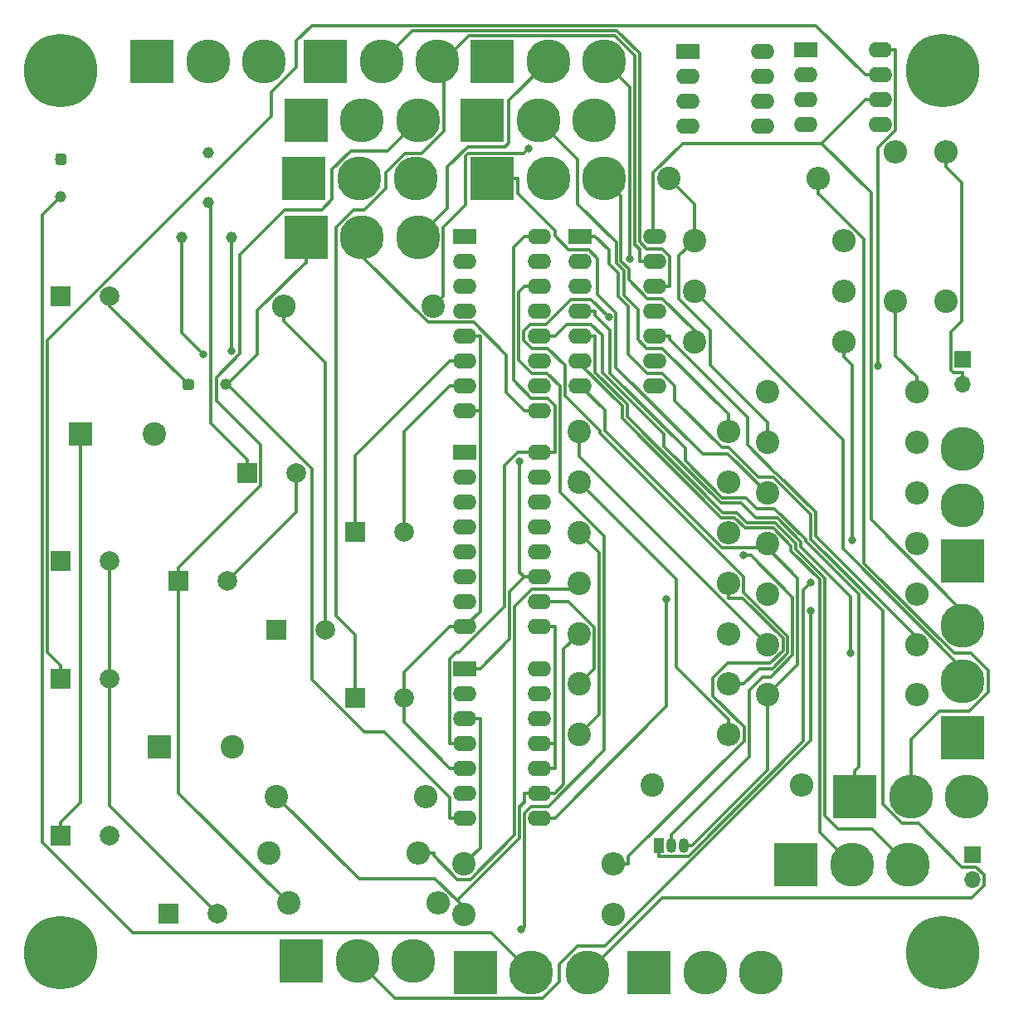
<source format=gbr>
G04 #@! TF.GenerationSoftware,KiCad,Pcbnew,(5.1.4)-1*
G04 #@! TF.CreationDate,2021-03-27T03:15:38-04:00*
G04 #@! TF.ProjectId,cmos rungler,636d6f73-2072-4756-9e67-6c65722e6b69,rev?*
G04 #@! TF.SameCoordinates,Original*
G04 #@! TF.FileFunction,Copper,L2,Bot*
G04 #@! TF.FilePolarity,Positive*
%FSLAX46Y46*%
G04 Gerber Fmt 4.6, Leading zero omitted, Abs format (unit mm)*
G04 Created by KiCad (PCBNEW (5.1.4)-1) date 2021-03-27 03:15:38*
%MOMM*%
%LPD*%
G04 APERTURE LIST*
%ADD10C,7.500000*%
%ADD11O,2.400000X1.600000*%
%ADD12R,2.400000X1.600000*%
%ADD13C,1.150000*%
%ADD14C,0.100000*%
%ADD15C,4.500880*%
%ADD16R,4.500880X4.500880*%
%ADD17O,2.400000X2.400000*%
%ADD18C,2.400000*%
%ADD19R,1.050000X1.500000*%
%ADD20O,1.050000X1.500000*%
%ADD21O,1.700000X1.700000*%
%ADD22R,1.700000X1.700000*%
%ADD23C,2.000000*%
%ADD24R,2.000000X2.000000*%
%ADD25R,2.400000X2.400000*%
%ADD26C,0.800000*%
%ADD27C,0.300000*%
G04 APERTURE END LIST*
D10*
X102000000Y-138000000D03*
X192000000Y-138000000D03*
X192000000Y-48000000D03*
X102000000Y-48000000D03*
D11*
X185620000Y-45864800D03*
X178000000Y-53484800D03*
X185620000Y-48404800D03*
X178000000Y-50944800D03*
X185620000Y-50944800D03*
X178000000Y-48404800D03*
X185620000Y-53484800D03*
D12*
X178000000Y-45864800D03*
D13*
X102000000Y-60800000D03*
X117000000Y-61440000D03*
X117000000Y-56360000D03*
D14*
G36*
X102315680Y-56426384D02*
G01*
X102343588Y-56430524D01*
X102370957Y-56437380D01*
X102397521Y-56446885D01*
X102423027Y-56458948D01*
X102447226Y-56473452D01*
X102469888Y-56490259D01*
X102490793Y-56509207D01*
X102509741Y-56530112D01*
X102526548Y-56552774D01*
X102541052Y-56576973D01*
X102553115Y-56602479D01*
X102562620Y-56629043D01*
X102569476Y-56656412D01*
X102573616Y-56684320D01*
X102575000Y-56712500D01*
X102575000Y-57287500D01*
X102573616Y-57315680D01*
X102569476Y-57343588D01*
X102562620Y-57370957D01*
X102553115Y-57397521D01*
X102541052Y-57423027D01*
X102526548Y-57447226D01*
X102509741Y-57469888D01*
X102490793Y-57490793D01*
X102469888Y-57509741D01*
X102447226Y-57526548D01*
X102423027Y-57541052D01*
X102397521Y-57553115D01*
X102370957Y-57562620D01*
X102343588Y-57569476D01*
X102315680Y-57573616D01*
X102287500Y-57575000D01*
X101712500Y-57575000D01*
X101684320Y-57573616D01*
X101656412Y-57569476D01*
X101629043Y-57562620D01*
X101602479Y-57553115D01*
X101576973Y-57541052D01*
X101552774Y-57526548D01*
X101530112Y-57509741D01*
X101509207Y-57490793D01*
X101490259Y-57469888D01*
X101473452Y-57447226D01*
X101458948Y-57423027D01*
X101446885Y-57397521D01*
X101437380Y-57370957D01*
X101430524Y-57343588D01*
X101426384Y-57315680D01*
X101425000Y-57287500D01*
X101425000Y-56712500D01*
X101426384Y-56684320D01*
X101430524Y-56656412D01*
X101437380Y-56629043D01*
X101446885Y-56602479D01*
X101458948Y-56576973D01*
X101473452Y-56552774D01*
X101490259Y-56530112D01*
X101509207Y-56509207D01*
X101530112Y-56490259D01*
X101552774Y-56473452D01*
X101576973Y-56458948D01*
X101602479Y-56446885D01*
X101629043Y-56437380D01*
X101656412Y-56430524D01*
X101684320Y-56426384D01*
X101712500Y-56425000D01*
X102287500Y-56425000D01*
X102315680Y-56426384D01*
X102315680Y-56426384D01*
G37*
D13*
X102000000Y-57000000D03*
D11*
X162592000Y-64864800D03*
X154972000Y-80104800D03*
X162592000Y-67404800D03*
X154972000Y-77564800D03*
X162592000Y-69944800D03*
X154972000Y-75024800D03*
X162592000Y-72484800D03*
X154972000Y-72484800D03*
X162592000Y-75024800D03*
X154972000Y-69944800D03*
X162592000Y-77564800D03*
X154972000Y-67404800D03*
X162592000Y-80104800D03*
D12*
X154972000Y-64864800D03*
D13*
X118800000Y-80000000D03*
X119440000Y-65000000D03*
X114360000Y-65000000D03*
D14*
G36*
X115315680Y-79426384D02*
G01*
X115343588Y-79430524D01*
X115370957Y-79437380D01*
X115397521Y-79446885D01*
X115423027Y-79458948D01*
X115447226Y-79473452D01*
X115469888Y-79490259D01*
X115490793Y-79509207D01*
X115509741Y-79530112D01*
X115526548Y-79552774D01*
X115541052Y-79576973D01*
X115553115Y-79602479D01*
X115562620Y-79629043D01*
X115569476Y-79656412D01*
X115573616Y-79684320D01*
X115575000Y-79712500D01*
X115575000Y-80287500D01*
X115573616Y-80315680D01*
X115569476Y-80343588D01*
X115562620Y-80370957D01*
X115553115Y-80397521D01*
X115541052Y-80423027D01*
X115526548Y-80447226D01*
X115509741Y-80469888D01*
X115490793Y-80490793D01*
X115469888Y-80509741D01*
X115447226Y-80526548D01*
X115423027Y-80541052D01*
X115397521Y-80553115D01*
X115370957Y-80562620D01*
X115343588Y-80569476D01*
X115315680Y-80573616D01*
X115287500Y-80575000D01*
X114712500Y-80575000D01*
X114684320Y-80573616D01*
X114656412Y-80569476D01*
X114629043Y-80562620D01*
X114602479Y-80553115D01*
X114576973Y-80541052D01*
X114552774Y-80526548D01*
X114530112Y-80509741D01*
X114509207Y-80490793D01*
X114490259Y-80469888D01*
X114473452Y-80447226D01*
X114458948Y-80423027D01*
X114446885Y-80397521D01*
X114437380Y-80370957D01*
X114430524Y-80343588D01*
X114426384Y-80315680D01*
X114425000Y-80287500D01*
X114425000Y-79712500D01*
X114426384Y-79684320D01*
X114430524Y-79656412D01*
X114437380Y-79629043D01*
X114446885Y-79602479D01*
X114458948Y-79576973D01*
X114473452Y-79552774D01*
X114490259Y-79530112D01*
X114509207Y-79509207D01*
X114530112Y-79490259D01*
X114552774Y-79473452D01*
X114576973Y-79458948D01*
X114602479Y-79446885D01*
X114629043Y-79437380D01*
X114656412Y-79430524D01*
X114684320Y-79426384D01*
X114712500Y-79425000D01*
X115287500Y-79425000D01*
X115315680Y-79426384D01*
X115315680Y-79426384D01*
G37*
D13*
X115000000Y-80000000D03*
D11*
X150842000Y-64864800D03*
X143222000Y-82644800D03*
X150842000Y-67404800D03*
X143222000Y-80104800D03*
X150842000Y-69944800D03*
X143222000Y-77564800D03*
X150842000Y-72484800D03*
X143222000Y-75024800D03*
X150842000Y-75024800D03*
X143222000Y-72484800D03*
X150842000Y-77564800D03*
X143222000Y-69944800D03*
X150842000Y-80104800D03*
X143222000Y-67404800D03*
X150842000Y-82644800D03*
D12*
X143222000Y-64864800D03*
D11*
X150842000Y-86914800D03*
X143222000Y-104694800D03*
X150842000Y-89454800D03*
X143222000Y-102154800D03*
X150842000Y-91994800D03*
X143222000Y-99614800D03*
X150842000Y-94534800D03*
X143222000Y-97074800D03*
X150842000Y-97074800D03*
X143222000Y-94534800D03*
X150842000Y-99614800D03*
X143222000Y-91994800D03*
X150842000Y-102154800D03*
X143222000Y-89454800D03*
X150842000Y-104694800D03*
D12*
X143222000Y-86914800D03*
D11*
X173620000Y-46000000D03*
X166000000Y-53620000D03*
X173620000Y-48540000D03*
X166000000Y-51080000D03*
X173620000Y-51080000D03*
X166000000Y-48540000D03*
X173620000Y-53620000D03*
D12*
X166000000Y-46000000D03*
D11*
X150842000Y-108965000D03*
X143222000Y-124205000D03*
X150842000Y-111505000D03*
X143222000Y-121665000D03*
X150842000Y-114045000D03*
X143222000Y-119125000D03*
X150842000Y-116585000D03*
X143222000Y-116585000D03*
X150842000Y-119125000D03*
X143222000Y-114045000D03*
X150842000Y-121665000D03*
X143222000Y-111505000D03*
X150842000Y-124205000D03*
D12*
X143222000Y-108965000D03*
D15*
X138430000Y-65000000D03*
X132715000Y-65000000D03*
D16*
X127000000Y-65000000D03*
D15*
X156430000Y-53000000D03*
X150715000Y-53000000D03*
D16*
X145000000Y-53000000D03*
D15*
X194000000Y-104570000D03*
X194000000Y-110285000D03*
D16*
X194000000Y-116000000D03*
D15*
X157430000Y-47000000D03*
X151715000Y-47000000D03*
D16*
X146000000Y-47000000D03*
D15*
X157430000Y-59000000D03*
X151715000Y-59000000D03*
D16*
X146000000Y-59000000D03*
D15*
X173430000Y-140000000D03*
X167715000Y-140000000D03*
D16*
X162000000Y-140000000D03*
D15*
X194000000Y-86570000D03*
X194000000Y-92285000D03*
D16*
X194000000Y-98000000D03*
D15*
X138172000Y-59000000D03*
X132457000Y-59000000D03*
D16*
X126742000Y-59000000D03*
D15*
X137982000Y-138765000D03*
X132267000Y-138765000D03*
D16*
X126552000Y-138765000D03*
D15*
X194430000Y-122000000D03*
X188715000Y-122000000D03*
D16*
X183000000Y-122000000D03*
D15*
X122715000Y-47000000D03*
X117000000Y-47000000D03*
D16*
X111285000Y-47000000D03*
D15*
X140430000Y-47000000D03*
X134715000Y-47000000D03*
D16*
X129000000Y-47000000D03*
D15*
X188430000Y-129000000D03*
X182715000Y-129000000D03*
D16*
X177000000Y-129000000D03*
D15*
X155715000Y-140000000D03*
X150000000Y-140000000D03*
D16*
X144285000Y-140000000D03*
D15*
X138430000Y-53000000D03*
X132715000Y-53000000D03*
D16*
X127000000Y-53000000D03*
D17*
X124760000Y-72000000D03*
D18*
X140000000Y-72000000D03*
D17*
X189302000Y-111665000D03*
D18*
X174062000Y-111665000D03*
D17*
X189302000Y-96214800D03*
D18*
X174062000Y-96214800D03*
D17*
X189302000Y-91064800D03*
D18*
X174062000Y-91064800D03*
D17*
X170112000Y-110565000D03*
D18*
X154872000Y-110565000D03*
D17*
X158362000Y-134065000D03*
D18*
X143122000Y-134065000D03*
D17*
X139240000Y-122000000D03*
D18*
X124000000Y-122000000D03*
D17*
X170112000Y-105415000D03*
D18*
X154872000Y-105415000D03*
D17*
X181862000Y-65314800D03*
D18*
X166622000Y-65314800D03*
D17*
X189302000Y-85914800D03*
D18*
X174062000Y-85914800D03*
D17*
X179240000Y-59000000D03*
D18*
X164000000Y-59000000D03*
D17*
X189302000Y-106515000D03*
D18*
X174062000Y-106515000D03*
D17*
X140492000Y-132915000D03*
D18*
X125252000Y-132915000D03*
D17*
X177552000Y-120865000D03*
D18*
X162312000Y-120865000D03*
D17*
X138492000Y-127765000D03*
D18*
X123252000Y-127765000D03*
D17*
X189302000Y-101365000D03*
D18*
X174062000Y-101365000D03*
D17*
X170112000Y-115715000D03*
D18*
X154872000Y-115715000D03*
D17*
X170112000Y-100265000D03*
D18*
X154872000Y-100265000D03*
D17*
X170112000Y-95114800D03*
D18*
X154872000Y-95114800D03*
D17*
X170112000Y-89964800D03*
D18*
X154872000Y-89964800D03*
D17*
X192318000Y-56263800D03*
D18*
X192318000Y-71503800D03*
D17*
X189302000Y-80764800D03*
D18*
X174062000Y-80764800D03*
D17*
X181862000Y-75614800D03*
D18*
X166622000Y-75614800D03*
D17*
X187168000Y-56263800D03*
D18*
X187168000Y-71503800D03*
D17*
X158362000Y-128915000D03*
D18*
X143122000Y-128915000D03*
D17*
X170112000Y-84814800D03*
D18*
X154872000Y-84814800D03*
D17*
X181862000Y-70464800D03*
D18*
X166622000Y-70464800D03*
D19*
X163000000Y-127000000D03*
D20*
X165540000Y-127000000D03*
X164270000Y-127000000D03*
D21*
X194000000Y-80000000D03*
D22*
X194000000Y-77460000D03*
D21*
X195000000Y-130540000D03*
D22*
X195000000Y-128000000D03*
D23*
X107000000Y-98000000D03*
D24*
X102000000Y-98000000D03*
D23*
X107000000Y-71000000D03*
D24*
X102000000Y-71000000D03*
D23*
X126000000Y-89000000D03*
D24*
X121000000Y-89000000D03*
D23*
X118000000Y-134000000D03*
D24*
X113000000Y-134000000D03*
D23*
X137000000Y-95000000D03*
D24*
X132000000Y-95000000D03*
D23*
X107000000Y-126000000D03*
D24*
X102000000Y-126000000D03*
D23*
X129000000Y-105000000D03*
D24*
X124000000Y-105000000D03*
D23*
X107000000Y-110000000D03*
D24*
X102000000Y-110000000D03*
D23*
X137000000Y-112000000D03*
D24*
X132000000Y-112000000D03*
D18*
X111500000Y-85000000D03*
D25*
X104000000Y-85000000D03*
D23*
X119000000Y-100000000D03*
D24*
X114000000Y-100000000D03*
D18*
X119500000Y-117000000D03*
D25*
X112000000Y-117000000D03*
D26*
X148991300Y-135615400D03*
X185403600Y-78060100D03*
X119440000Y-76605200D03*
X182738300Y-95910800D03*
X178462900Y-100186200D03*
X171629900Y-97420700D03*
X148827700Y-87800300D03*
X178531600Y-103039700D03*
X157893900Y-73125100D03*
X163783100Y-101872800D03*
X182585800Y-107382400D03*
X149739900Y-55898900D03*
X116509800Y-76888100D03*
X160040900Y-67178800D03*
D27*
X149291700Y-69944800D02*
X148706800Y-70529700D01*
X148706800Y-70529700D02*
X148706800Y-77506300D01*
X148706800Y-77506300D02*
X150035300Y-78834800D01*
X150035300Y-78834800D02*
X151602600Y-78834800D01*
X151602600Y-78834800D02*
X152921200Y-80153400D01*
X152921200Y-80153400D02*
X152921200Y-90942800D01*
X152921200Y-90942800D02*
X157442600Y-95464200D01*
X157442600Y-95464200D02*
X157442600Y-117322400D01*
X157442600Y-117322400D02*
X151710400Y-123054600D01*
X151710400Y-123054600D02*
X149958800Y-123054600D01*
X149958800Y-123054600D02*
X149291700Y-123721700D01*
X149291700Y-123721700D02*
X149291700Y-135315000D01*
X149291700Y-135315000D02*
X148991300Y-135615400D01*
X150842000Y-69944800D02*
X149291700Y-69944800D01*
X115000000Y-80000000D02*
X107000000Y-72000000D01*
X107000000Y-72000000D02*
X107000000Y-71000000D01*
X166622000Y-75614800D02*
X166622000Y-74471300D01*
X166622000Y-74471300D02*
X163365500Y-71214800D01*
X163365500Y-71214800D02*
X161835200Y-71214800D01*
X161835200Y-71214800D02*
X159944000Y-69323600D01*
X159944000Y-69323600D02*
X159944000Y-68189500D01*
X159944000Y-68189500D02*
X159156500Y-67402000D01*
X159156500Y-67402000D02*
X159156500Y-60726500D01*
X159156500Y-60726500D02*
X157430000Y-59000000D01*
X174062000Y-111665000D02*
X177170800Y-108556200D01*
X177170800Y-108556200D02*
X177170800Y-99774000D01*
X177170800Y-99774000D02*
X174062000Y-96665200D01*
X174062000Y-96214800D02*
X174062000Y-96665200D01*
X174062000Y-96665200D02*
X169429400Y-96665200D01*
X169429400Y-96665200D02*
X157471000Y-84706800D01*
X157471000Y-84706800D02*
X157471000Y-82603800D01*
X157471000Y-82603800D02*
X154972000Y-80104800D01*
X143222000Y-119125000D02*
X141671700Y-119125000D01*
X137000000Y-112000000D02*
X137000000Y-114453300D01*
X137000000Y-114453300D02*
X141671700Y-119125000D01*
X141671700Y-104694800D02*
X137000000Y-109366500D01*
X137000000Y-109366500D02*
X137000000Y-112000000D01*
X174062000Y-111665000D02*
X174062000Y-119353300D01*
X174062000Y-119353300D02*
X166415300Y-127000000D01*
X143222000Y-104694800D02*
X141671700Y-104694800D01*
X144772300Y-82644800D02*
X144772300Y-103144500D01*
X144772300Y-103144500D02*
X143222000Y-104694800D01*
X144647200Y-82644800D02*
X144772300Y-82644800D01*
X143222000Y-82644800D02*
X144647200Y-82644800D01*
X143222000Y-75024800D02*
X144772300Y-75024800D01*
X144772300Y-75024800D02*
X144772300Y-82644800D01*
X119000000Y-100000000D02*
X126000000Y-93000000D01*
X126000000Y-93000000D02*
X126000000Y-89000000D01*
X107000000Y-98000000D02*
X107000000Y-110000000D01*
X194000000Y-80000000D02*
X194000000Y-78799700D01*
X192318000Y-56263800D02*
X192318000Y-57814100D01*
X192318000Y-57814100D02*
X193904700Y-59400800D01*
X193904700Y-59400800D02*
X193904700Y-73527600D01*
X193904700Y-73527600D02*
X192799600Y-74632700D01*
X192799600Y-74632700D02*
X192799600Y-78536000D01*
X192799600Y-78536000D02*
X193063300Y-78799700D01*
X193063300Y-78799700D02*
X194000000Y-78799700D01*
X107000000Y-110000000D02*
X107000000Y-123000000D01*
X107000000Y-123000000D02*
X118000000Y-134000000D01*
X150842000Y-116585000D02*
X152392300Y-116585000D01*
X150842000Y-119125000D02*
X152392300Y-119125000D01*
X150842000Y-104694800D02*
X152392300Y-104694800D01*
X152392300Y-116585000D02*
X152392300Y-104694800D01*
X152392300Y-119125000D02*
X152392300Y-116585000D01*
X165540000Y-127000000D02*
X166415300Y-127000000D01*
X114000000Y-98649700D02*
X122350400Y-90299300D01*
X122350400Y-90299300D02*
X122350400Y-86118500D01*
X122350400Y-86118500D02*
X117860600Y-81628700D01*
X117860600Y-81628700D02*
X117860600Y-79245900D01*
X117860600Y-79245900D02*
X120248100Y-76858400D01*
X120248100Y-76858400D02*
X120248100Y-66748300D01*
X120248100Y-66748300D02*
X124853900Y-62142500D01*
X124853900Y-62142500D02*
X128612700Y-62142500D01*
X128612700Y-62142500D02*
X129692700Y-61062500D01*
X129692700Y-61062500D02*
X129692700Y-58026300D01*
X129692700Y-58026300D02*
X131590000Y-56129000D01*
X131590000Y-56129000D02*
X135301000Y-56129000D01*
X135301000Y-56129000D02*
X138430000Y-53000000D01*
X114000000Y-100000000D02*
X114000000Y-98649700D01*
X125252000Y-132915000D02*
X114000000Y-121663000D01*
X114000000Y-121663000D02*
X114000000Y-100000000D01*
X102000000Y-126000000D02*
X102000000Y-124649700D01*
X104000000Y-85000000D02*
X104000000Y-122649700D01*
X104000000Y-122649700D02*
X102000000Y-124649700D01*
X161041700Y-67404800D02*
X161041700Y-66196000D01*
X161041700Y-66196000D02*
X160541400Y-65695700D01*
X160541400Y-65695700D02*
X160541400Y-46402900D01*
X160541400Y-46402900D02*
X158520300Y-44381800D01*
X158520300Y-44381800D02*
X143612500Y-44381800D01*
X143612500Y-44381800D02*
X140991800Y-47002500D01*
X132000000Y-112000000D02*
X132000000Y-105535400D01*
X132000000Y-105535400D02*
X130079700Y-103615100D01*
X130079700Y-103615100D02*
X130079700Y-63941600D01*
X130079700Y-63941600D02*
X131844300Y-62177000D01*
X131844300Y-62177000D02*
X132958200Y-62177000D01*
X132958200Y-62177000D02*
X135137500Y-59997700D01*
X135137500Y-59997700D02*
X135137500Y-58342700D01*
X135137500Y-58342700D02*
X137081000Y-56399200D01*
X137081000Y-56399200D02*
X138803000Y-56399200D01*
X138803000Y-56399200D02*
X141076600Y-54125600D01*
X141076600Y-54125600D02*
X141076600Y-47087300D01*
X141076600Y-47087300D02*
X140991800Y-47002500D01*
X140991800Y-47002500D02*
X140432500Y-47002500D01*
X140432500Y-47002500D02*
X140430000Y-47000000D01*
X162592000Y-67404800D02*
X161041700Y-67404800D01*
X185620000Y-48404800D02*
X184069700Y-48404800D01*
X102000000Y-110000000D02*
X102000000Y-108649700D01*
X102000000Y-108649700D02*
X100649600Y-107299300D01*
X100649600Y-107299300D02*
X100649600Y-75440800D01*
X100649600Y-75440800D02*
X123505400Y-52585000D01*
X123505400Y-52585000D02*
X123505400Y-50148900D01*
X123505400Y-50148900D02*
X126039200Y-47615100D01*
X126039200Y-47615100D02*
X126039200Y-44944500D01*
X126039200Y-44944500D02*
X127623300Y-43360400D01*
X127623300Y-43360400D02*
X179025300Y-43360400D01*
X179025300Y-43360400D02*
X184069700Y-48404800D01*
X124760000Y-72000000D02*
X124760000Y-73550300D01*
X129000000Y-105000000D02*
X129000000Y-77790300D01*
X129000000Y-77790300D02*
X124760000Y-73550300D01*
X185620000Y-45864800D02*
X187170300Y-45864800D01*
X185403600Y-78060100D02*
X185403600Y-55822300D01*
X185403600Y-55822300D02*
X187170300Y-54055600D01*
X187170300Y-54055600D02*
X187170300Y-45864800D01*
X143222000Y-80104800D02*
X141671700Y-80104800D01*
X137000000Y-95000000D02*
X137000000Y-84776500D01*
X137000000Y-84776500D02*
X141671700Y-80104800D01*
X132000000Y-95000000D02*
X132000000Y-87236500D01*
X132000000Y-87236500D02*
X141671700Y-77564800D01*
X143222000Y-77564800D02*
X141671700Y-77564800D01*
X155715000Y-140000000D02*
X163326100Y-132388900D01*
X163326100Y-132388900D02*
X194911600Y-132388900D01*
X194911600Y-132388900D02*
X196200400Y-131100100D01*
X196200400Y-131100100D02*
X196200400Y-130016200D01*
X196200400Y-130016200D02*
X195384600Y-129200400D01*
X195384600Y-129200400D02*
X193938700Y-129200400D01*
X193938700Y-129200400D02*
X189515500Y-124777200D01*
X189515500Y-124777200D02*
X187794400Y-124777200D01*
X187794400Y-124777200D02*
X185851200Y-122834000D01*
X185851200Y-122834000D02*
X185851200Y-103113600D01*
X185851200Y-103113600D02*
X178500800Y-95763200D01*
X178500800Y-95763200D02*
X178500800Y-93249300D01*
X178500800Y-93249300D02*
X174731400Y-89479900D01*
X174731400Y-89479900D02*
X173206400Y-89479900D01*
X173206400Y-89479900D02*
X170124000Y-86397500D01*
X170124000Y-86397500D02*
X169416500Y-86397500D01*
X169416500Y-86397500D02*
X164654700Y-81635700D01*
X164654700Y-81635700D02*
X164654700Y-80127400D01*
X164654700Y-80127400D02*
X163377600Y-78850300D01*
X163377600Y-78850300D02*
X161837900Y-78850300D01*
X161837900Y-78850300D02*
X159895100Y-76907500D01*
X159895100Y-76907500D02*
X159895100Y-72022000D01*
X159895100Y-72022000D02*
X158883500Y-71010400D01*
X158883500Y-71010400D02*
X158883500Y-68603900D01*
X158883500Y-68603900D02*
X157942800Y-67663200D01*
X157942800Y-67663200D02*
X157942800Y-66285300D01*
X157942800Y-66285300D02*
X156522300Y-64864800D01*
X154972000Y-64864800D02*
X156522300Y-64864800D01*
X121000000Y-87649700D02*
X117260100Y-83909800D01*
X117260100Y-83909800D02*
X117260100Y-61700100D01*
X117260100Y-61700100D02*
X117000000Y-61440000D01*
X121000000Y-89000000D02*
X121000000Y-87649700D01*
X156522300Y-75024800D02*
X156522300Y-78747500D01*
X156522300Y-78747500D02*
X159755600Y-81980800D01*
X159755600Y-81980800D02*
X159755600Y-83250900D01*
X159755600Y-83250900D02*
X169556100Y-93051400D01*
X169556100Y-93051400D02*
X170949000Y-93051400D01*
X170949000Y-93051400D02*
X172025700Y-94128100D01*
X172025700Y-94128100D02*
X174880900Y-94128100D01*
X174880900Y-94128100D02*
X176999900Y-96247100D01*
X176999900Y-96247100D02*
X176999900Y-96774200D01*
X176999900Y-96774200D02*
X179966800Y-99741100D01*
X179966800Y-99741100D02*
X179966800Y-123973400D01*
X179966800Y-123973400D02*
X181316400Y-125323000D01*
X181316400Y-125323000D02*
X184753000Y-125323000D01*
X184753000Y-125323000D02*
X188430000Y-129000000D01*
X154972000Y-75024800D02*
X156522300Y-75024800D01*
X119440000Y-65000000D02*
X119440000Y-76605200D01*
X127000000Y-65000000D02*
X127000000Y-67600700D01*
X118981000Y-80000000D02*
X118800000Y-80000000D01*
X141671700Y-124205000D02*
X141671700Y-122114600D01*
X141671700Y-122114600D02*
X135006700Y-115449600D01*
X135006700Y-115449600D02*
X132933300Y-115449600D01*
X132933300Y-115449600D02*
X127614300Y-110130600D01*
X127614300Y-110130600D02*
X127614300Y-88633300D01*
X127614300Y-88633300D02*
X118981000Y-80000000D01*
X127000000Y-67600700D02*
X126918700Y-67600700D01*
X126918700Y-67600700D02*
X122052200Y-72467200D01*
X122052200Y-72467200D02*
X122052200Y-76928800D01*
X122052200Y-76928800D02*
X118981000Y-80000000D01*
X143222000Y-124205000D02*
X141671700Y-124205000D01*
X163000000Y-128100300D02*
X166022700Y-128100300D01*
X166022700Y-128100300D02*
X177726200Y-116396800D01*
X177726200Y-116396800D02*
X177726200Y-100922900D01*
X177726200Y-100922900D02*
X178462900Y-100186200D01*
X163000000Y-127000000D02*
X163000000Y-128100300D01*
X181862000Y-75614800D02*
X181862000Y-77165100D01*
X181862000Y-77165100D02*
X182738300Y-78041400D01*
X182738300Y-78041400D02*
X182738300Y-95910800D01*
X143222000Y-114045000D02*
X144772300Y-114045000D01*
X143122000Y-128915000D02*
X144772300Y-127264700D01*
X144772300Y-127264700D02*
X144772300Y-114045000D01*
X170112000Y-83264500D02*
X170112000Y-83018500D01*
X170112000Y-83018500D02*
X163388300Y-76294800D01*
X163388300Y-76294800D02*
X161766300Y-76294800D01*
X161766300Y-76294800D02*
X160895700Y-75424200D01*
X160895700Y-75424200D02*
X160895700Y-72315100D01*
X160895700Y-72315100D02*
X159443700Y-70863100D01*
X159443700Y-70863100D02*
X159443700Y-68396800D01*
X159443700Y-68396800D02*
X158656000Y-67609100D01*
X158656000Y-67609100D02*
X158656000Y-65457700D01*
X158656000Y-65457700D02*
X154749500Y-61551200D01*
X154749500Y-61551200D02*
X154749500Y-57034500D01*
X154749500Y-57034500D02*
X150715000Y-53000000D01*
X164270000Y-127000000D02*
X164270000Y-125899700D01*
X164270000Y-125899700D02*
X172223400Y-117946300D01*
X172223400Y-117946300D02*
X172223400Y-111241600D01*
X172223400Y-111241600D02*
X173626800Y-109838200D01*
X173626800Y-109838200D02*
X174430100Y-109838200D01*
X174430100Y-109838200D02*
X176670400Y-107597900D01*
X176670400Y-107597900D02*
X176670400Y-101691400D01*
X176670400Y-101691400D02*
X172399800Y-97420800D01*
X172399800Y-97420800D02*
X171629900Y-97420800D01*
X171629900Y-97420800D02*
X171629900Y-97420700D01*
X170112000Y-84814800D02*
X170112000Y-83264500D01*
X194000000Y-110285000D02*
X194000000Y-108963500D01*
X194000000Y-108963500D02*
X181766400Y-96729900D01*
X181766400Y-96729900D02*
X181766400Y-85609200D01*
X181766400Y-85609200D02*
X166622000Y-70464800D01*
X154872000Y-84814800D02*
X154872000Y-87325000D01*
X154872000Y-87325000D02*
X174062000Y-106515000D01*
X170112000Y-100265000D02*
X170112000Y-101815300D01*
X158362000Y-128915000D02*
X159912300Y-128915000D01*
X159912300Y-128915000D02*
X159912300Y-128114700D01*
X159912300Y-128114700D02*
X171692700Y-116334300D01*
X171692700Y-116334300D02*
X171692700Y-114938200D01*
X171692700Y-114938200D02*
X168544500Y-111790000D01*
X168544500Y-111790000D02*
X168544500Y-109939700D01*
X168544500Y-109939700D02*
X170041000Y-108443200D01*
X170041000Y-108443200D02*
X174329200Y-108443200D01*
X174329200Y-108443200D02*
X175668900Y-107103500D01*
X175668900Y-107103500D02*
X175668900Y-105900700D01*
X175668900Y-105900700D02*
X171583500Y-101815300D01*
X171583500Y-101815300D02*
X170112000Y-101815300D01*
X189302000Y-80764800D02*
X189302000Y-79214500D01*
X187168000Y-71503800D02*
X187168000Y-77080500D01*
X187168000Y-77080500D02*
X189302000Y-79214500D01*
X148827700Y-87800300D02*
X148827700Y-99150800D01*
X148827700Y-99150800D02*
X149291700Y-99614800D01*
X143222000Y-108965000D02*
X144772300Y-108965000D01*
X150842000Y-99614800D02*
X149291700Y-99614800D01*
X149291700Y-99614800D02*
X147768800Y-101137700D01*
X147768800Y-101137700D02*
X147768800Y-105968500D01*
X147768800Y-105968500D02*
X144772300Y-108965000D01*
X154872000Y-89964800D02*
X164756500Y-99849300D01*
X164756500Y-99849300D02*
X164756500Y-108809200D01*
X164756500Y-108809200D02*
X170112000Y-114164700D01*
X170112000Y-115715000D02*
X170112000Y-114164700D01*
X154872000Y-95114800D02*
X156922700Y-97165500D01*
X156922700Y-97165500D02*
X156922700Y-113664300D01*
X156922700Y-113664300D02*
X154872000Y-115715000D01*
X138492000Y-127765000D02*
X140042300Y-127765000D01*
X154872000Y-100265000D02*
X154252200Y-100884800D01*
X154252200Y-100884800D02*
X150078000Y-100884800D01*
X150078000Y-100884800D02*
X148291000Y-102671800D01*
X148291000Y-102671800D02*
X148291000Y-125959200D01*
X148291000Y-125959200D02*
X143782500Y-130467700D01*
X143782500Y-130467700D02*
X142423800Y-130467700D01*
X142423800Y-130467700D02*
X140042300Y-128086200D01*
X140042300Y-128086200D02*
X140042300Y-127765000D01*
X164142300Y-75024800D02*
X164142300Y-75394300D01*
X164142300Y-75394300D02*
X172054500Y-83306500D01*
X172054500Y-83306500D02*
X172054500Y-86183900D01*
X172054500Y-86183900D02*
X174850200Y-88979600D01*
X174850200Y-88979600D02*
X174938600Y-88979600D01*
X174938600Y-88979600D02*
X179001100Y-93042100D01*
X179001100Y-93042100D02*
X179001100Y-95476600D01*
X179001100Y-95476600D02*
X189302000Y-105777500D01*
X189302000Y-105777500D02*
X189302000Y-106515000D01*
X162592000Y-75024800D02*
X164142300Y-75024800D01*
X188715000Y-122000000D02*
X188715000Y-116209500D01*
X188715000Y-116209500D02*
X191605000Y-113319500D01*
X191605000Y-113319500D02*
X194692200Y-113319500D01*
X194692200Y-113319500D02*
X196639600Y-111372100D01*
X196639600Y-111372100D02*
X196639600Y-109180700D01*
X196639600Y-109180700D02*
X194886400Y-107427500D01*
X194886400Y-107427500D02*
X193171900Y-107427500D01*
X193171900Y-107427500D02*
X183959700Y-98215300D01*
X183959700Y-98215300D02*
X183959700Y-65173100D01*
X183959700Y-65173100D02*
X179336900Y-60550300D01*
X179336900Y-60550300D02*
X179240000Y-60550300D01*
X179240000Y-59000000D02*
X179240000Y-60550300D01*
X164000000Y-59000000D02*
X166622000Y-61622000D01*
X166622000Y-61622000D02*
X166622000Y-65314800D01*
X154872000Y-105415000D02*
X153288600Y-106998400D01*
X153288600Y-106998400D02*
X153288600Y-120768700D01*
X153288600Y-120768700D02*
X152392300Y-121665000D01*
X149291700Y-121665000D02*
X149291700Y-122597200D01*
X149291700Y-122597200D02*
X148791400Y-123097500D01*
X148791400Y-123097500D02*
X148791400Y-126253900D01*
X148791400Y-126253900D02*
X142414200Y-132631100D01*
X166622000Y-65314800D02*
X165066400Y-66870400D01*
X165066400Y-66870400D02*
X165066400Y-71280300D01*
X165066400Y-71280300D02*
X168269800Y-74483700D01*
X168269800Y-74483700D02*
X168269800Y-78030100D01*
X168269800Y-78030100D02*
X174062000Y-83822300D01*
X174062000Y-83822300D02*
X174062000Y-85914800D01*
X150842000Y-121665000D02*
X152392300Y-121665000D01*
X142414200Y-132631100D02*
X140190300Y-130407300D01*
X140190300Y-130407300D02*
X132407300Y-130407300D01*
X132407300Y-130407300D02*
X124000000Y-122000000D01*
X143122000Y-134065000D02*
X143122000Y-133339000D01*
X143122000Y-133339000D02*
X142414200Y-132631100D01*
X150842000Y-121665000D02*
X149291700Y-121665000D01*
X132267000Y-138765000D02*
X136102800Y-142600800D01*
X136102800Y-142600800D02*
X151138000Y-142600800D01*
X151138000Y-142600800D02*
X152857500Y-140881300D01*
X152857500Y-140881300D02*
X152857500Y-139161600D01*
X152857500Y-139161600D02*
X154724400Y-137294700D01*
X154724400Y-137294700D02*
X157542400Y-137294700D01*
X157542400Y-137294700D02*
X178531600Y-116305500D01*
X178531600Y-116305500D02*
X178531600Y-103039700D01*
X171662300Y-110565000D02*
X173259900Y-108967400D01*
X173259900Y-108967400D02*
X174591000Y-108967400D01*
X174591000Y-108967400D02*
X176169300Y-107389100D01*
X176169300Y-107389100D02*
X176169300Y-105693300D01*
X176169300Y-105693300D02*
X171662300Y-101186300D01*
X171662300Y-101186300D02*
X171662300Y-99622800D01*
X171662300Y-99622800D02*
X156970600Y-84931100D01*
X156970600Y-84931100D02*
X156970600Y-84678000D01*
X156970600Y-84678000D02*
X153421600Y-81129000D01*
X153421600Y-81129000D02*
X153421600Y-78044900D01*
X153421600Y-78044900D02*
X151671500Y-76294800D01*
X151671500Y-76294800D02*
X150027400Y-76294800D01*
X150027400Y-76294800D02*
X149207200Y-75474600D01*
X149207200Y-75474600D02*
X149207200Y-74574400D01*
X149207200Y-74574400D02*
X149907200Y-73874400D01*
X149907200Y-73874400D02*
X151481000Y-73874400D01*
X151481000Y-73874400D02*
X154052600Y-71302800D01*
X154052600Y-71302800D02*
X156071600Y-71302800D01*
X156071600Y-71302800D02*
X157893900Y-73125100D01*
X170112000Y-110565000D02*
X171662300Y-110565000D01*
X162592000Y-69944800D02*
X164142300Y-69944800D01*
X164142300Y-69944800D02*
X164142300Y-66925500D01*
X164142300Y-66925500D02*
X163351600Y-66134800D01*
X163351600Y-66134800D02*
X161771900Y-66134800D01*
X161771900Y-66134800D02*
X161041700Y-65404600D01*
X161041700Y-65404600D02*
X161041700Y-46177100D01*
X161041700Y-46177100D02*
X158725400Y-43860800D01*
X158725400Y-43860800D02*
X137854200Y-43860800D01*
X137854200Y-43860800D02*
X134715000Y-47000000D01*
X154872000Y-110565000D02*
X156422400Y-109014600D01*
X156422400Y-109014600D02*
X156422400Y-104772700D01*
X156422400Y-104772700D02*
X153804500Y-102154800D01*
X153804500Y-102154800D02*
X150842000Y-102154800D01*
X148600700Y-59000000D02*
X148600700Y-60504100D01*
X148600700Y-60504100D02*
X152392300Y-64295700D01*
X152392300Y-64295700D02*
X152392300Y-64837300D01*
X152392300Y-64837300D02*
X153809400Y-66254400D01*
X153809400Y-66254400D02*
X155869200Y-66254400D01*
X155869200Y-66254400D02*
X156786000Y-67171200D01*
X156786000Y-67171200D02*
X156786000Y-70830800D01*
X156786000Y-70830800D02*
X158644300Y-72689100D01*
X158644300Y-72689100D02*
X158644300Y-78238100D01*
X158644300Y-78238100D02*
X167481000Y-87074800D01*
X167481000Y-87074800D02*
X170072000Y-87074800D01*
X170072000Y-87074800D02*
X174062000Y-91064800D01*
X152392300Y-124205000D02*
X163783100Y-112814200D01*
X163783100Y-112814200D02*
X163783100Y-101872800D01*
X150842000Y-124205000D02*
X152392300Y-124205000D01*
X146000000Y-59000000D02*
X148600700Y-59000000D01*
X152392300Y-75024800D02*
X153585100Y-73832000D01*
X153585100Y-73832000D02*
X156071600Y-73832000D01*
X156071600Y-73832000D02*
X157228400Y-74988800D01*
X157228400Y-74988800D02*
X157228400Y-78745900D01*
X157228400Y-78745900D02*
X163544000Y-85061500D01*
X163544000Y-85061500D02*
X163544000Y-86331600D01*
X163544000Y-86331600D02*
X169323600Y-92111200D01*
X169323600Y-92111200D02*
X171407100Y-92111200D01*
X171407100Y-92111200D02*
X172923600Y-93627700D01*
X172923600Y-93627700D02*
X175088200Y-93627700D01*
X175088200Y-93627700D02*
X177500200Y-96039700D01*
X177500200Y-96039700D02*
X177500200Y-96567000D01*
X177500200Y-96567000D02*
X182585800Y-101652600D01*
X182585800Y-101652600D02*
X182585800Y-107382400D01*
X150842000Y-75024800D02*
X152392300Y-75024800D01*
X140000000Y-72000000D02*
X141030800Y-70969200D01*
X141030800Y-70969200D02*
X141030800Y-63960900D01*
X141030800Y-63960900D02*
X143290600Y-61701100D01*
X143290600Y-61701100D02*
X143290600Y-56644600D01*
X143290600Y-56644600D02*
X143536000Y-56399200D01*
X143536000Y-56399200D02*
X149239600Y-56399200D01*
X149239600Y-56399200D02*
X149739900Y-55898900D01*
X102000000Y-60800000D02*
X100133800Y-62666200D01*
X100133800Y-62666200D02*
X100133800Y-126700200D01*
X100133800Y-126700200D02*
X109325800Y-135892200D01*
X109325800Y-135892200D02*
X145892200Y-135892200D01*
X145892200Y-135892200D02*
X150000000Y-140000000D01*
X154972000Y-77564800D02*
X154972000Y-77904700D01*
X154972000Y-77904700D02*
X159255200Y-82187900D01*
X159255200Y-82187900D02*
X159255200Y-83458200D01*
X159255200Y-83458200D02*
X169348800Y-93551800D01*
X169348800Y-93551800D02*
X170741700Y-93551800D01*
X170741700Y-93551800D02*
X171818300Y-94628400D01*
X171818300Y-94628400D02*
X174673500Y-94628400D01*
X174673500Y-94628400D02*
X176499600Y-96454500D01*
X176499600Y-96454500D02*
X176499600Y-96981400D01*
X176499600Y-96981400D02*
X179405900Y-99887700D01*
X179405900Y-99887700D02*
X179405900Y-125691000D01*
X179405900Y-125691000D02*
X179406000Y-125691000D01*
X179406000Y-125691000D02*
X182715000Y-129000000D01*
X156522300Y-72484800D02*
X156522300Y-72939500D01*
X156522300Y-72939500D02*
X158057300Y-74474500D01*
X158057300Y-74474500D02*
X158057300Y-78863200D01*
X158057300Y-78863200D02*
X165702700Y-86508600D01*
X165702700Y-86508600D02*
X165702700Y-87782600D01*
X165702700Y-87782600D02*
X169470500Y-91550400D01*
X169470500Y-91550400D02*
X171907400Y-91550400D01*
X171907400Y-91550400D02*
X172984100Y-92627100D01*
X172984100Y-92627100D02*
X174795300Y-92627100D01*
X174795300Y-92627100D02*
X178000500Y-95832300D01*
X178000500Y-95832300D02*
X178000500Y-95970500D01*
X178000500Y-95970500D02*
X183380100Y-101350100D01*
X183380100Y-101350100D02*
X183380100Y-119019200D01*
X183380100Y-119019200D02*
X183000000Y-119399300D01*
X154972000Y-72484800D02*
X156522300Y-72484800D01*
X183000000Y-122000000D02*
X183000000Y-119399300D01*
X114360000Y-65000000D02*
X114360000Y-74738300D01*
X114360000Y-74738300D02*
X116509800Y-76888100D01*
X157430000Y-47000000D02*
X160040900Y-49610900D01*
X160040900Y-49610900D02*
X160040900Y-67178800D01*
X151715000Y-47000000D02*
X147680500Y-51034500D01*
X147680500Y-51034500D02*
X147680500Y-55348900D01*
X147680500Y-55348900D02*
X147309000Y-55720400D01*
X147309000Y-55720400D02*
X143507100Y-55720400D01*
X143507100Y-55720400D02*
X141421600Y-57805900D01*
X141421600Y-57805900D02*
X141421600Y-62008400D01*
X141421600Y-62008400D02*
X138430000Y-65000000D01*
X149291700Y-86914800D02*
X148652200Y-86914800D01*
X148652200Y-86914800D02*
X147268400Y-88298600D01*
X147268400Y-88298600D02*
X147268400Y-102675300D01*
X147268400Y-102675300D02*
X142630600Y-107313100D01*
X142630600Y-107313100D02*
X142356000Y-107313100D01*
X142356000Y-107313100D02*
X141671700Y-107997400D01*
X141671700Y-107997400D02*
X141671700Y-116585000D01*
X149291700Y-64864800D02*
X148206500Y-65950000D01*
X148206500Y-65950000D02*
X148206500Y-79568900D01*
X148206500Y-79568900D02*
X150012400Y-81374800D01*
X150012400Y-81374800D02*
X151628900Y-81374800D01*
X151628900Y-81374800D02*
X152392300Y-82138200D01*
X152392300Y-82138200D02*
X152392300Y-86914800D01*
X194000000Y-104570000D02*
X194000000Y-103130500D01*
X194000000Y-103130500D02*
X184653300Y-93783800D01*
X184653300Y-93783800D02*
X184653300Y-60373200D01*
X184653300Y-60373200D02*
X179647300Y-55367200D01*
X150842000Y-64864800D02*
X149291700Y-64864800D01*
X179647300Y-55367200D02*
X165431900Y-55367200D01*
X165431900Y-55367200D02*
X162429000Y-58370100D01*
X162429000Y-58370100D02*
X162429000Y-64701800D01*
X162429000Y-64701800D02*
X162592000Y-64864800D01*
X184069700Y-50944800D02*
X179647300Y-55367200D01*
X150842000Y-86914800D02*
X152392300Y-86914800D01*
X150842000Y-86914800D02*
X149291700Y-86914800D01*
X143222000Y-116585000D02*
X141671700Y-116585000D01*
X185620000Y-50944800D02*
X184069700Y-50944800D01*
X150842000Y-82644800D02*
X149291700Y-82644800D01*
X132715000Y-65000000D02*
X132715000Y-66910700D01*
X132715000Y-66910700D02*
X139439500Y-73635200D01*
X139439500Y-73635200D02*
X144119900Y-73635200D01*
X144119900Y-73635200D02*
X147465600Y-76980900D01*
X147465600Y-76980900D02*
X147465600Y-80818700D01*
X147465600Y-80818700D02*
X149291700Y-82644800D01*
M02*

</source>
